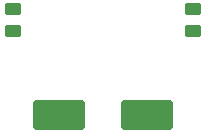
<source format=gbr>
%TF.GenerationSoftware,KiCad,Pcbnew,8.0.0-rc1-51-gba6979a274-dirty*%
%TF.CreationDate,2024-02-05T11:37:42+01:00*%
%TF.ProjectId,Einschaltstrombegrenzung,45696e73-6368-4616-9c74-7374726f6d62,rev?*%
%TF.SameCoordinates,Original*%
%TF.FileFunction,Paste,Top*%
%TF.FilePolarity,Positive*%
%FSLAX46Y46*%
G04 Gerber Fmt 4.6, Leading zero omitted, Abs format (unit mm)*
G04 Created by KiCad (PCBNEW 8.0.0-rc1-51-gba6979a274-dirty) date 2024-02-05 11:37:42*
%MOMM*%
%LPD*%
G01*
G04 APERTURE LIST*
G04 Aperture macros list*
%AMRoundRect*
0 Rectangle with rounded corners*
0 $1 Rounding radius*
0 $2 $3 $4 $5 $6 $7 $8 $9 X,Y pos of 4 corners*
0 Add a 4 corners polygon primitive as box body*
4,1,4,$2,$3,$4,$5,$6,$7,$8,$9,$2,$3,0*
0 Add four circle primitives for the rounded corners*
1,1,$1+$1,$2,$3*
1,1,$1+$1,$4,$5*
1,1,$1+$1,$6,$7*
1,1,$1+$1,$8,$9*
0 Add four rect primitives between the rounded corners*
20,1,$1+$1,$2,$3,$4,$5,0*
20,1,$1+$1,$4,$5,$6,$7,0*
20,1,$1+$1,$6,$7,$8,$9,0*
20,1,$1+$1,$8,$9,$2,$3,0*%
G04 Aperture macros list end*
%ADD10RoundRect,0.250000X-0.450000X0.262500X-0.450000X-0.262500X0.450000X-0.262500X0.450000X0.262500X0*%
%ADD11RoundRect,0.250000X-1.950000X-1.000000X1.950000X-1.000000X1.950000X1.000000X-1.950000X1.000000X0*%
%ADD12RoundRect,0.250000X0.450000X-0.262500X0.450000X0.262500X-0.450000X0.262500X-0.450000X-0.262500X0*%
G04 APERTURE END LIST*
D10*
%TO.C,R1*%
X144780000Y-105052500D03*
X144780000Y-103227500D03*
%TD*%
D11*
%TO.C,C1*%
X140860000Y-112167500D03*
X133460000Y-112167500D03*
%TD*%
D12*
%TO.C,R2*%
X129540000Y-103227500D03*
X129540000Y-105052500D03*
%TD*%
M02*

</source>
